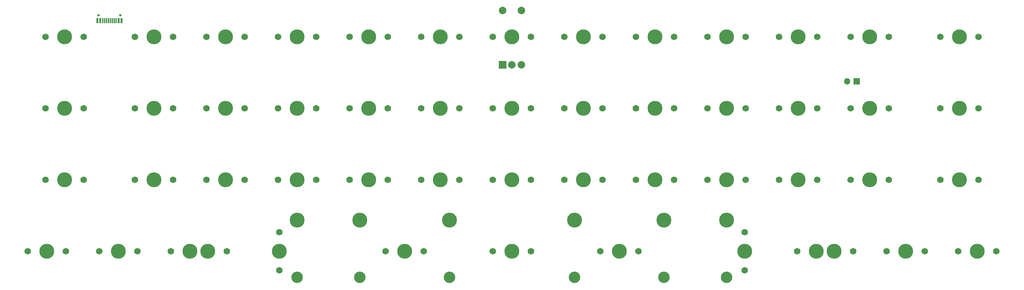
<source format=gbr>
%TF.GenerationSoftware,KiCad,Pcbnew,(5.99.0-11145-g173c9a974c)*%
%TF.CreationDate,2021-07-13T22:54:01-07:00*%
%TF.ProjectId,40r7h0,34307237-6830-42e6-9b69-6361645f7063,rev?*%
%TF.SameCoordinates,Original*%
%TF.FileFunction,Soldermask,Top*%
%TF.FilePolarity,Negative*%
%FSLAX46Y46*%
G04 Gerber Fmt 4.6, Leading zero omitted, Abs format (unit mm)*
G04 Created by KiCad (PCBNEW (5.99.0-11145-g173c9a974c)) date 2021-07-13 22:54:01*
%MOMM*%
%LPD*%
G01*
G04 APERTURE LIST*
%ADD10C,1.750000*%
%ADD11C,3.987800*%
%ADD12C,3.048000*%
%ADD13R,2.000000X2.000000*%
%ADD14C,2.000000*%
%ADD15C,0.650000*%
%ADD16R,0.600000X1.450000*%
%ADD17R,0.300000X1.450000*%
%ADD18R,1.700000X1.700000*%
%ADD19O,1.700000X1.700000*%
G04 APERTURE END LIST*
D10*
%TO.C,MX26*%
X271127600Y-52384200D03*
X281287600Y-52384200D03*
D11*
X276207600Y-52384200D03*
%TD*%
%TO.C,MX45*%
X128579400Y-90481800D03*
D10*
X123499400Y-90481800D03*
X133659400Y-90481800D03*
D11*
X116673150Y-82226800D03*
D12*
X140485650Y-97466800D03*
D11*
X140485650Y-82226800D03*
D12*
X116673150Y-97466800D03*
%TD*%
D10*
%TO.C,MX44*%
X71115200Y-90481800D03*
X81275200Y-90481800D03*
D11*
X76195200Y-90481800D03*
%TD*%
D10*
%TO.C,MX16*%
X75877400Y-52384200D03*
D11*
X80957400Y-52384200D03*
D10*
X86037400Y-52384200D03*
%TD*%
%TO.C,MX48*%
X243190000Y-90481800D03*
D11*
X238110000Y-90481800D03*
D10*
X233030000Y-90481800D03*
%TD*%
D11*
%TO.C,MX50*%
X242872200Y-90481800D03*
D10*
X247952200Y-90481800D03*
X237792200Y-90481800D03*
%TD*%
D11*
%TO.C,MX35*%
X195250200Y-71433000D03*
D10*
X190170200Y-71433000D03*
X200330200Y-71433000D03*
%TD*%
%TO.C,MX20*%
X162232600Y-52384200D03*
X152072600Y-52384200D03*
D11*
X157152600Y-52384200D03*
%TD*%
D10*
%TO.C,MX7*%
X152072600Y-33335400D03*
D11*
X157152600Y-33335400D03*
D10*
X162232600Y-33335400D03*
%TD*%
%TO.C,MX8*%
X171121400Y-33335400D03*
D11*
X176201400Y-33335400D03*
D10*
X181281400Y-33335400D03*
%TD*%
D11*
%TO.C,MX2*%
X61908600Y-33335400D03*
D10*
X56828600Y-33335400D03*
X66988600Y-33335400D03*
%TD*%
%TO.C,MX15*%
X66988600Y-52384200D03*
D11*
X61908600Y-52384200D03*
D10*
X56828600Y-52384200D03*
%TD*%
D13*
%TO.C,SW2*%
X154652600Y-40835400D03*
D14*
X159652600Y-40835400D03*
X157152600Y-40835400D03*
X159652600Y-26335400D03*
X154652600Y-26335400D03*
%TD*%
D10*
%TO.C,MX19*%
X133023800Y-52384200D03*
X143183800Y-52384200D03*
D11*
X138103800Y-52384200D03*
%TD*%
D10*
%TO.C,MX24*%
X228267800Y-52384200D03*
X238427800Y-52384200D03*
D11*
X233347800Y-52384200D03*
%TD*%
D10*
%TO.C,MX14*%
X43177600Y-52384200D03*
X33017600Y-52384200D03*
D11*
X38097600Y-52384200D03*
%TD*%
D10*
%TO.C,MX12*%
X257476600Y-33335400D03*
X247316600Y-33335400D03*
D11*
X252396600Y-33335400D03*
%TD*%
D10*
%TO.C,MX29*%
X86037400Y-71433000D03*
X75877400Y-71433000D03*
D11*
X80957400Y-71433000D03*
%TD*%
%TO.C,MX28*%
X61908600Y-71433000D03*
D10*
X66988600Y-71433000D03*
X56828600Y-71433000D03*
%TD*%
%TO.C,MX13*%
X281287600Y-33335400D03*
D11*
X276207600Y-33335400D03*
D10*
X271127600Y-33335400D03*
%TD*%
%TO.C,MX22*%
X190170200Y-52384200D03*
X200330200Y-52384200D03*
D11*
X195250200Y-52384200D03*
%TD*%
D10*
%TO.C,MX38*%
X257476600Y-71433000D03*
D11*
X252396600Y-71433000D03*
D10*
X247316600Y-71433000D03*
%TD*%
D11*
%TO.C,MX5*%
X119055000Y-33335400D03*
D10*
X113975000Y-33335400D03*
X124135000Y-33335400D03*
%TD*%
%TO.C,MX9*%
X190170200Y-33335400D03*
X200330200Y-33335400D03*
D11*
X195250200Y-33335400D03*
%TD*%
%TO.C,MX18*%
X119055000Y-52384200D03*
D10*
X124135000Y-52384200D03*
X113975000Y-52384200D03*
%TD*%
%TO.C,MX34*%
X181281400Y-71433000D03*
D11*
X176201400Y-71433000D03*
D10*
X171121400Y-71433000D03*
%TD*%
%TO.C,MX10*%
X209219000Y-33335400D03*
D11*
X214299000Y-33335400D03*
D10*
X219379000Y-33335400D03*
%TD*%
%TO.C,MX27*%
X43177600Y-71433000D03*
D11*
X38097600Y-71433000D03*
D10*
X33017600Y-71433000D03*
%TD*%
D11*
%TO.C,MX52*%
X280969800Y-90481800D03*
D10*
X286049800Y-90481800D03*
X275889800Y-90481800D03*
%TD*%
%TO.C,MX39*%
X281287600Y-71433000D03*
X271127600Y-71433000D03*
D11*
X276207600Y-71433000D03*
%TD*%
%TO.C,MX32*%
X138103800Y-71433000D03*
D10*
X143183800Y-71433000D03*
X133023800Y-71433000D03*
%TD*%
%TO.C,MX42*%
X76513000Y-90481800D03*
D11*
X71433000Y-90481800D03*
D10*
X66353000Y-90481800D03*
%TD*%
D11*
%TO.C,MX30*%
X100006200Y-71433000D03*
D10*
X105086200Y-71433000D03*
X94926200Y-71433000D03*
%TD*%
%TO.C,MX3*%
X86037400Y-33335400D03*
D11*
X80957400Y-33335400D03*
D10*
X75877400Y-33335400D03*
%TD*%
D11*
%TO.C,MX21*%
X176201400Y-52384200D03*
D10*
X171121400Y-52384200D03*
X181281400Y-52384200D03*
%TD*%
%TO.C,MX11*%
X238427800Y-33335400D03*
D11*
X233347800Y-33335400D03*
D10*
X228267800Y-33335400D03*
%TD*%
D11*
%TO.C,MX1*%
X38097600Y-33335400D03*
D10*
X43177600Y-33335400D03*
X33017600Y-33335400D03*
%TD*%
%TO.C,MX17*%
X105086200Y-52384200D03*
D11*
X100006200Y-52384200D03*
D10*
X94926200Y-52384200D03*
%TD*%
%TO.C,MX37*%
X238427800Y-71433000D03*
D11*
X233347800Y-71433000D03*
D10*
X228267800Y-71433000D03*
%TD*%
D12*
%TO.C,MX46*%
X100002600Y-97466800D03*
X214302600Y-97466800D03*
D11*
X214302600Y-82226800D03*
D10*
X162232600Y-90481800D03*
D11*
X100002600Y-82226800D03*
D10*
X152072600Y-90481800D03*
D11*
X157152600Y-90481800D03*
%TD*%
%TO.C,MX49*%
X219061200Y-90481800D03*
D10*
X219061200Y-95561800D03*
X219061200Y-85401800D03*
%TD*%
D11*
%TO.C,MX43*%
X95244000Y-90481800D03*
D10*
X95244000Y-85401800D03*
X95244000Y-95561800D03*
%TD*%
%TO.C,MX47*%
X190805800Y-90481800D03*
D12*
X197632050Y-97466800D03*
D11*
X185725800Y-90481800D03*
X197632050Y-82226800D03*
X173819550Y-82226800D03*
D12*
X173819550Y-97466800D03*
D10*
X180645800Y-90481800D03*
%TD*%
%TO.C,MX25*%
X257476600Y-52384200D03*
D11*
X252396600Y-52384200D03*
D10*
X247316600Y-52384200D03*
%TD*%
%TO.C,MX41*%
X47304200Y-90481800D03*
D11*
X52384200Y-90481800D03*
D10*
X57464200Y-90481800D03*
%TD*%
%TO.C,MX31*%
X124135000Y-71433000D03*
X113975000Y-71433000D03*
D11*
X119055000Y-71433000D03*
%TD*%
D10*
%TO.C,MX6*%
X133023800Y-33335400D03*
D11*
X138103800Y-33335400D03*
D10*
X143183800Y-33335400D03*
%TD*%
%TO.C,MX23*%
X219379000Y-52384200D03*
X209219000Y-52384200D03*
D11*
X214299000Y-52384200D03*
%TD*%
D10*
%TO.C,MX51*%
X256841000Y-90481800D03*
X267001000Y-90481800D03*
D11*
X261921000Y-90481800D03*
%TD*%
%TO.C,MX36*%
X214299000Y-71433000D03*
D10*
X219379000Y-71433000D03*
X209219000Y-71433000D03*
%TD*%
D15*
%TO.C,USB1*%
X52893100Y-27563400D03*
X47113100Y-27563400D03*
D16*
X53228100Y-29008400D03*
X52453100Y-29008400D03*
D17*
X51753100Y-29008400D03*
X51253100Y-29008400D03*
X50753100Y-29008400D03*
X50253100Y-29008400D03*
X49753100Y-29008400D03*
X49253100Y-29008400D03*
X48753100Y-29008400D03*
X48253100Y-29008400D03*
D16*
X47553100Y-29008400D03*
X46778100Y-29008400D03*
%TD*%
D10*
%TO.C,MX4*%
X105086200Y-33335400D03*
D11*
X100006200Y-33335400D03*
D10*
X94926200Y-33335400D03*
%TD*%
%TO.C,MX40*%
X28255400Y-90481800D03*
X38415400Y-90481800D03*
D11*
X33335400Y-90481800D03*
%TD*%
%TO.C,MX33*%
X157152600Y-71433000D03*
D10*
X152072600Y-71433000D03*
X162232600Y-71433000D03*
%TD*%
D18*
%TO.C,SW1*%
X248909400Y-45240900D03*
D19*
X246369400Y-45240900D03*
%TD*%
M02*

</source>
